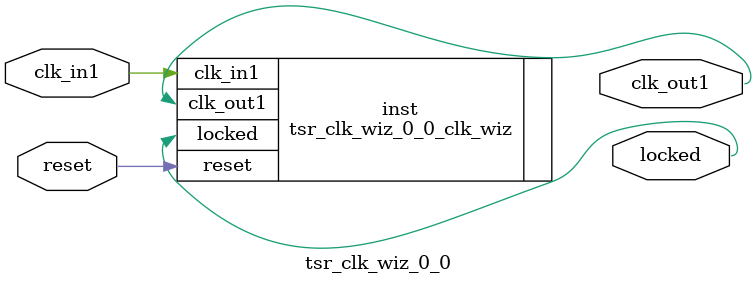
<source format=v>


`timescale 1ps/1ps

(* CORE_GENERATION_INFO = "tsr_clk_wiz_0_0,clk_wiz_v6_0_2_0_0,{component_name=tsr_clk_wiz_0_0,use_phase_alignment=true,use_min_o_jitter=false,use_max_i_jitter=false,use_dyn_phase_shift=false,use_inclk_switchover=false,use_dyn_reconfig=false,enable_axi=0,feedback_source=FDBK_AUTO,PRIMITIVE=PLL,num_out_clk=1,clkin1_period=8.000,clkin2_period=10.0,use_power_down=false,use_reset=true,use_locked=true,use_inclk_stopped=false,feedback_type=SINGLE,CLOCK_MGR_TYPE=NA,manual_override=false}" *)

module tsr_clk_wiz_0_0 
 (
  // Clock out ports
  output        clk_out1,
  // Status and control signals
  input         reset,
  output        locked,
 // Clock in ports
  input         clk_in1
 );

  tsr_clk_wiz_0_0_clk_wiz inst
  (
  // Clock out ports  
  .clk_out1(clk_out1),
  // Status and control signals               
  .reset(reset), 
  .locked(locked),
 // Clock in ports
  .clk_in1(clk_in1)
  );

endmodule

</source>
